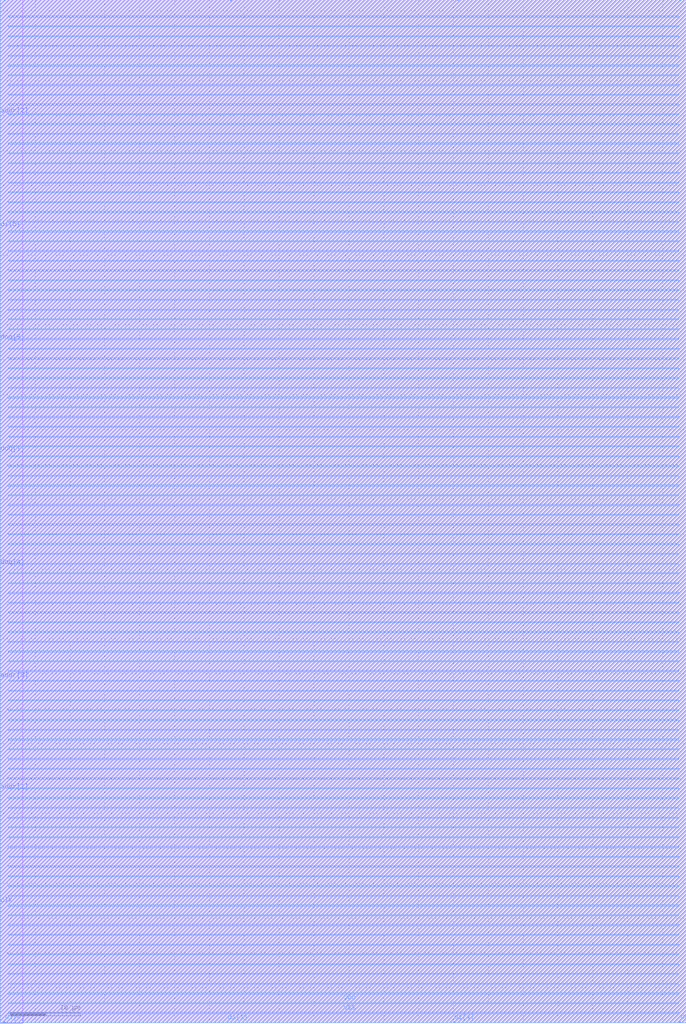
<source format=lef>
VERSION 5.8 ;
BUSBITCHARS "[]" ;
DIVIDERCHAR "/" ;
UNITS
    DATABASE MICRONS 2000 ;
END UNITS

MACRO macro_9x6
  FOREIGN macro_9x6 0 0 ;
  CLASS BLOCK ;
  SIZE 98.385 BY 146.575 ;
  PIN VSS
    USE GROUND ;
    DIRECTION INOUT ;
    PORT
      LAYER metal4 ;
        RECT  1.14 144.115 97.28 144.285 ;
        RECT  1.14 141.315 97.28 141.485 ;
        RECT  1.14 138.515 97.28 138.685 ;
        RECT  1.14 135.715 97.28 135.885 ;
        RECT  1.14 132.915 97.28 133.085 ;
        RECT  1.14 130.115 97.28 130.285 ;
        RECT  1.14 127.315 97.28 127.485 ;
        RECT  1.14 124.515 97.28 124.685 ;
        RECT  1.14 121.715 97.28 121.885 ;
        RECT  1.14 118.915 97.28 119.085 ;
        RECT  1.14 116.115 97.28 116.285 ;
        RECT  1.14 113.315 97.28 113.485 ;
        RECT  1.14 110.515 97.28 110.685 ;
        RECT  1.14 107.715 97.28 107.885 ;
        RECT  1.14 104.915 97.28 105.085 ;
        RECT  1.14 102.115 97.28 102.285 ;
        RECT  1.14 99.315 97.28 99.485 ;
        RECT  1.14 96.515 97.28 96.685 ;
        RECT  1.14 93.715 97.28 93.885 ;
        RECT  1.14 90.915 97.28 91.085 ;
        RECT  1.14 88.115 97.28 88.285 ;
        RECT  1.14 85.315 97.28 85.485 ;
        RECT  1.14 82.515 97.28 82.685 ;
        RECT  1.14 79.715 97.28 79.885 ;
        RECT  1.14 76.915 97.28 77.085 ;
        RECT  1.14 74.115 97.28 74.285 ;
        RECT  1.14 71.315 97.28 71.485 ;
        RECT  1.14 68.515 97.28 68.685 ;
        RECT  1.14 65.715 97.28 65.885 ;
        RECT  1.14 62.915 97.28 63.085 ;
        RECT  1.14 60.115 97.28 60.285 ;
        RECT  1.14 57.315 97.28 57.485 ;
        RECT  1.14 54.515 97.28 54.685 ;
        RECT  1.14 51.715 97.28 51.885 ;
        RECT  1.14 48.915 97.28 49.085 ;
        RECT  1.14 46.115 97.28 46.285 ;
        RECT  1.14 43.315 97.28 43.485 ;
        RECT  1.14 40.515 97.28 40.685 ;
        RECT  1.14 37.715 97.28 37.885 ;
        RECT  1.14 34.915 97.28 35.085 ;
        RECT  1.14 32.115 97.28 32.285 ;
        RECT  1.14 29.315 97.28 29.485 ;
        RECT  1.14 26.515 97.28 26.685 ;
        RECT  1.14 23.715 97.28 23.885 ;
        RECT  1.14 20.915 97.28 21.085 ;
        RECT  1.14 18.115 97.28 18.285 ;
        RECT  1.14 15.315 97.28 15.485 ;
        RECT  1.14 12.515 97.28 12.685 ;
        RECT  1.14 9.715 97.28 9.885 ;
        RECT  1.14 6.915 97.28 7.085 ;
        RECT  1.14 4.115 97.28 4.285 ;
        RECT  1.14 1.315 97.28 1.485 ;
    END
  END VSS
  PIN VDD
    USE POWER ;
    DIRECTION INOUT ;
    PORT
      LAYER metal4 ;
        RECT  1.14 142.715 97.28 142.885 ;
        RECT  1.14 139.915 97.28 140.085 ;
        RECT  1.14 137.115 97.28 137.285 ;
        RECT  1.14 134.315 97.28 134.485 ;
        RECT  1.14 131.515 97.28 131.685 ;
        RECT  1.14 128.715 97.28 128.885 ;
        RECT  1.14 125.915 97.28 126.085 ;
        RECT  1.14 123.115 97.28 123.285 ;
        RECT  1.14 120.315 97.28 120.485 ;
        RECT  1.14 117.515 97.28 117.685 ;
        RECT  1.14 114.715 97.28 114.885 ;
        RECT  1.14 111.915 97.28 112.085 ;
        RECT  1.14 109.115 97.28 109.285 ;
        RECT  1.14 106.315 97.28 106.485 ;
        RECT  1.14 103.515 97.28 103.685 ;
        RECT  1.14 100.715 97.28 100.885 ;
        RECT  1.14 97.915 97.28 98.085 ;
        RECT  1.14 95.115 97.28 95.285 ;
        RECT  1.14 92.315 97.28 92.485 ;
        RECT  1.14 89.515 97.28 89.685 ;
        RECT  1.14 86.715 97.28 86.885 ;
        RECT  1.14 83.915 97.28 84.085 ;
        RECT  1.14 81.115 97.28 81.285 ;
        RECT  1.14 78.315 97.28 78.485 ;
        RECT  1.14 75.515 97.28 75.685 ;
        RECT  1.14 72.715 97.28 72.885 ;
        RECT  1.14 69.915 97.28 70.085 ;
        RECT  1.14 67.115 97.28 67.285 ;
        RECT  1.14 64.315 97.28 64.485 ;
        RECT  1.14 61.515 97.28 61.685 ;
        RECT  1.14 58.715 97.28 58.885 ;
        RECT  1.14 55.915 97.28 56.085 ;
        RECT  1.14 53.115 97.28 53.285 ;
        RECT  1.14 50.315 97.28 50.485 ;
        RECT  1.14 47.515 97.28 47.685 ;
        RECT  1.14 44.715 97.28 44.885 ;
        RECT  1.14 41.915 97.28 42.085 ;
        RECT  1.14 39.115 97.28 39.285 ;
        RECT  1.14 36.315 97.28 36.485 ;
        RECT  1.14 33.515 97.28 33.685 ;
        RECT  1.14 30.715 97.28 30.885 ;
        RECT  1.14 27.915 97.28 28.085 ;
        RECT  1.14 25.115 97.28 25.285 ;
        RECT  1.14 22.315 97.28 22.485 ;
        RECT  1.14 19.515 97.28 19.685 ;
        RECT  1.14 16.715 97.28 16.885 ;
        RECT  1.14 13.915 97.28 14.085 ;
        RECT  1.14 11.115 97.28 11.285 ;
        RECT  1.14 8.315 97.28 8.485 ;
        RECT  1.14 5.515 97.28 5.685 ;
        RECT  1.14 2.715 97.28 2.885 ;
    END
  END VDD
  PIN addr[0]
    DIRECTION INPUT ;
    USE SIGNAL ;
    PORT
      LAYER metal4 ;
        RECT  65.545 146.435 65.685 146.575 ;
    END
  END addr[0]
  PIN addr[1]
    DIRECTION INPUT ;
    USE SIGNAL ;
    PORT
      LAYER metal3 ;
        RECT  0 33.075 0.07 33.145 ;
    END
  END addr[1]
  PIN addr[2]
    DIRECTION INPUT ;
    USE SIGNAL ;
    PORT
      LAYER metal3 ;
        RECT  0 129.955 0.07 130.025 ;
    END
  END addr[2]
  PIN addr[3]
    DIRECTION INPUT ;
    USE SIGNAL ;
    PORT
      LAYER metal3 ;
        RECT  98.315 129.675 98.385 129.745 ;
    END
  END addr[3]
  PIN addr[4]
    DIRECTION INPUT ;
    USE SIGNAL ;
    PORT
      LAYER metal3 ;
        RECT  98.315 97.475 98.385 97.545 ;
    END
  END addr[4]
  PIN addr[5]
    DIRECTION INPUT ;
    USE SIGNAL ;
    PORT
      LAYER metal3 ;
        RECT  98.315 64.995 98.385 65.065 ;
    END
  END addr[5]
  PIN addr[6]
    DIRECTION INPUT ;
    USE SIGNAL ;
    PORT
      LAYER metal4 ;
        RECT  97.465 146.435 97.605 146.575 ;
    END
  END addr[6]
  PIN addr[7]
    DIRECTION INPUT ;
    USE SIGNAL ;
    PORT
      LAYER metal3 ;
        RECT  98.315 16.555 98.385 16.625 ;
    END
  END addr[7]
  PIN addr[8]
    DIRECTION INPUT ;
    USE SIGNAL ;
    PORT
      LAYER metal3 ;
        RECT  0 49.035 0.07 49.105 ;
    END
  END addr[8]
  PIN clk
    DIRECTION INPUT ;
    USE SIGNAL ;
    PORT
      LAYER metal3 ;
        RECT  0 16.835 0.07 16.905 ;
    END
  END clk
  PIN cs
    DIRECTION INPUT ;
    USE SIGNAL ;
    PORT
      LAYER metal3 ;
        RECT  98.315 32.795 98.385 32.865 ;
    END
  END cs
  PIN di[0]
    DIRECTION INPUT ;
    USE SIGNAL ;
    PORT
      LAYER metal4 ;
        RECT  0.585 0 0.725 0.14 ;
    END
  END di[0]
  PIN di[1]
    DIRECTION INPUT ;
    USE SIGNAL ;
    PORT
      LAYER metal4 ;
        RECT  32.505 0 32.645 0.14 ;
    END
  END di[1]
  PIN di[2]
    DIRECTION INPUT ;
    USE SIGNAL ;
    PORT
      LAYER metal4 ;
        RECT  0.585 146.435 0.725 146.575 ;
    END
  END di[2]
  PIN di[3]
    DIRECTION INPUT ;
    USE SIGNAL ;
    PORT
      LAYER metal3 ;
        RECT  98.315 49.035 98.385 49.105 ;
    END
  END di[3]
  PIN di[4]
    DIRECTION INPUT ;
    USE SIGNAL ;
    PORT
      LAYER metal4 ;
        RECT  64.985 0 65.125 0.14 ;
    END
  END di[4]
  PIN di[5]
    DIRECTION INPUT ;
    USE SIGNAL ;
    PORT
      LAYER metal3 ;
        RECT  0 113.715 0.07 113.785 ;
    END
  END di[5]
  PIN doq[0]
    DIRECTION OUTPUT ;
    USE SIGNAL ;
    PORT
      LAYER metal3 ;
        RECT  98.315 113.435 98.385 113.505 ;
    END
  END doq[0]
  PIN doq[1]
    DIRECTION OUTPUT ;
    USE SIGNAL ;
    PORT
      LAYER metal3 ;
        RECT  0 81.515 0.07 81.585 ;
    END
  END doq[1]
  PIN doq[2]
    DIRECTION OUTPUT ;
    USE SIGNAL ;
    PORT
      LAYER metal4 ;
        RECT  33.065 146.435 33.205 146.575 ;
    END
  END doq[2]
  PIN doq[3]
    DIRECTION OUTPUT ;
    USE SIGNAL ;
    PORT
      LAYER metal4 ;
        RECT  97.465 0 97.605 0.14 ;
    END
  END doq[3]
  PIN doq[4]
    DIRECTION OUTPUT ;
    USE SIGNAL ;
    PORT
      LAYER metal3 ;
        RECT  0 65.275 0.07 65.345 ;
    END
  END doq[4]
  PIN doq[5]
    DIRECTION OUTPUT ;
    USE SIGNAL ;
    PORT
      LAYER metal3 ;
        RECT  0 97.475 0.07 97.545 ;
    END
  END doq[5]
  PIN we
    DIRECTION INPUT ;
    USE SIGNAL ;
    PORT
      LAYER metal3 ;
        RECT  98.315 81.235 98.385 81.305 ;
    END
  END we
  OBS
    LAYER metal1 ;
     RECT  0 -0.085 3.23 146.575 ;
     RECT  3.23 0 98.385 146.575 ;
    LAYER metal2 ;
     RECT  0 0 98.385 146.575 ;
    LAYER metal3 ;
     RECT  0 0 98.385 146.575 ;
    LAYER metal4 ;
     RECT  0 0 98.385 146.575 ;
  END
END macro_9x6
END LIBRARY

</source>
